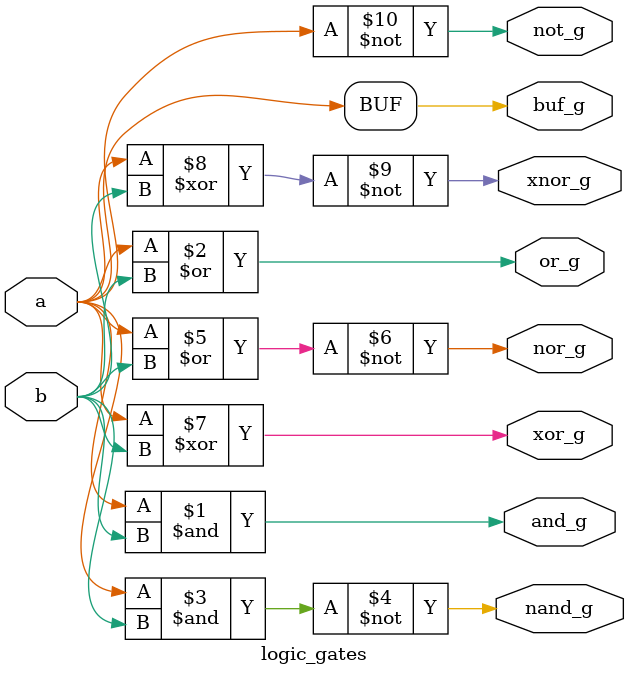
<source format=v>
`timescale 1ns / 1ps

module logic_gates(
    input a, b,
    output and_g,
    output or_g,
    output not_g,
    output buf_g,
    output nand_g,
    output nor_g,
    output xor_g,
    output xnor_g
    );
    
    and andgate(and_g, a, b);
    or orgate(or_g, a, b);
    not notgate(not_g, a);
    buf bufgate(buf_g, a);
    nand nandgate(nand_g, a, b);
    nor norgate(nor_g, a, b);
    xor xorgate(xor_g, a, b);
    xnor xnorgate(xnor_g, a, b);
endmodule

</source>
